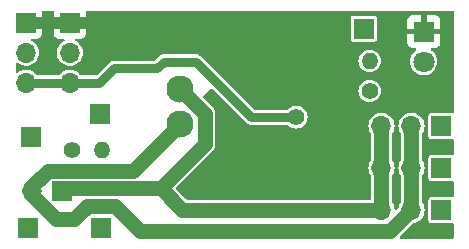
<source format=gbr>
%TF.GenerationSoftware,KiCad,Pcbnew,8.0.0*%
%TF.CreationDate,2024-03-06T11:50:55-05:00*%
%TF.ProjectId,sensobot,73656e73-6f62-46f7-942e-6b696361645f,rev?*%
%TF.SameCoordinates,Original*%
%TF.FileFunction,Copper,L2,Bot*%
%TF.FilePolarity,Positive*%
%FSLAX46Y46*%
G04 Gerber Fmt 4.6, Leading zero omitted, Abs format (unit mm)*
G04 Created by KiCad (PCBNEW 8.0.0) date 2024-03-06 11:50:55*
%MOMM*%
%LPD*%
G01*
G04 APERTURE LIST*
%TA.AperFunction,ComponentPad*%
%ADD10R,1.700000X1.700000*%
%TD*%
%TA.AperFunction,ComponentPad*%
%ADD11O,1.700000X1.700000*%
%TD*%
%TA.AperFunction,ComponentPad*%
%ADD12C,1.400000*%
%TD*%
%TA.AperFunction,ComponentPad*%
%ADD13O,1.400000X1.400000*%
%TD*%
%TA.AperFunction,ComponentPad*%
%ADD14R,1.800000X1.800000*%
%TD*%
%TA.AperFunction,ComponentPad*%
%ADD15C,1.800000*%
%TD*%
%TA.AperFunction,ComponentPad*%
%ADD16C,2.300000*%
%TD*%
%TA.AperFunction,ViaPad*%
%ADD17C,1.422400*%
%TD*%
%TA.AperFunction,Conductor*%
%ADD18C,1.016000*%
%TD*%
%TA.AperFunction,Conductor*%
%ADD19C,1.270000*%
%TD*%
%TA.AperFunction,Conductor*%
%ADD20C,0.762000*%
%TD*%
G04 APERTURE END LIST*
D10*
%TO.P,J1,1,Pin_1*%
%TO.N,/battery-*%
X124115000Y-85348000D03*
D11*
%TO.P,J1,2,Pin_2*%
%TO.N,+BATT*%
X121575000Y-85348000D03*
%TD*%
D10*
%TO.P,J10,1,Pin_1*%
%TO.N,/D6*%
X127412000Y-88523000D03*
%TD*%
%TO.P,J9,1,Pin_1*%
%TO.N,/D5*%
X121189000Y-88523000D03*
%TD*%
D12*
%TO.P,R2,1*%
%TO.N,/touch*%
X124922000Y-81919000D03*
D13*
%TO.P,R2,2*%
%TO.N,/touch_send*%
X127462000Y-81919000D03*
%TD*%
%TO.P,R1,2*%
%TO.N,Net-(D1-A)*%
X150145000Y-74376000D03*
D12*
%TO.P,R1,1*%
%TO.N,/led*%
X150145000Y-76916000D03*
%TD*%
D10*
%TO.P,J11,1,Pin_1*%
%TO.N,/5V*%
X149637000Y-71632000D03*
%TD*%
%TO.P,J8,1,Pin_1*%
%TO.N,/A2*%
X127285000Y-78871000D03*
%TD*%
%TO.P,J7,1,Pin_1*%
%TO.N,/servo0*%
X156226000Y-86999000D03*
D11*
%TO.P,J7,2,Pin_2*%
%TO.N,+BATT*%
X153686000Y-86999000D03*
%TO.P,J7,3,Pin_3*%
%TO.N,/battery-*%
X151146000Y-86999000D03*
%TD*%
%TO.P,J6,3,Pin_3*%
%TO.N,/battery-*%
X151146000Y-83443000D03*
%TO.P,J6,2,Pin_2*%
%TO.N,+BATT*%
X153686000Y-83443000D03*
D10*
%TO.P,J6,1,Pin_1*%
%TO.N,/servo1*%
X156226000Y-83443000D03*
%TD*%
%TO.P,J5,1,Pin_1*%
%TO.N,GND*%
X121062000Y-71139000D03*
D11*
%TO.P,J5,2,Pin_2*%
%TO.N,/sensor1*%
X121062000Y-73679000D03*
%TO.P,J5,3,Pin_3*%
%TO.N,+3.3V*%
X121062000Y-76219000D03*
%TD*%
D10*
%TO.P,J4,1,Pin_1*%
%TO.N,/touch*%
X121443000Y-80776000D03*
%TD*%
%TO.P,J3,1,Pin_1*%
%TO.N,GND*%
X124745000Y-71139000D03*
D11*
%TO.P,J3,2,Pin_2*%
%TO.N,/sensor0*%
X124745000Y-73679000D03*
%TO.P,J3,3,Pin_3*%
%TO.N,+3.3V*%
X124745000Y-76219000D03*
%TD*%
%TO.P,J2,3,Pin_3*%
%TO.N,/battery-*%
X151146000Y-79887000D03*
%TO.P,J2,2,Pin_2*%
%TO.N,+BATT*%
X153686000Y-79887000D03*
D10*
%TO.P,J2,1,Pin_1*%
%TO.N,/servo2*%
X156226000Y-79887000D03*
%TD*%
D14*
%TO.P,D1,1,K*%
%TO.N,GND*%
X154717000Y-71881000D03*
D15*
%TO.P,D1,2,A*%
%TO.N,Net-(D1-A)*%
X154717000Y-74421000D03*
%TD*%
D16*
%TO.P,U1,15,battery-*%
%TO.N,/battery-*%
X134043500Y-76739250D03*
%TO.P,U1,16,battery+*%
%TO.N,+BATT*%
X134043500Y-79739250D03*
%TD*%
D17*
%TO.N,GND*%
X148494000Y-75696000D03*
%TO.N,+3.3V*%
X143922000Y-79125000D03*
%TD*%
D18*
%TO.N,GND*%
X126914400Y-71139000D02*
X126929400Y-71124000D01*
X124745000Y-71139000D02*
X126914400Y-71139000D01*
X121062000Y-71139000D02*
X124745000Y-71139000D01*
D19*
%TO.N,+BATT*%
X151908000Y-88777000D02*
X130714000Y-88777000D01*
X126211800Y-86621200D02*
X125072000Y-87761000D01*
X130714000Y-88777000D02*
X128558200Y-86621200D01*
X128558200Y-86621200D02*
X126211800Y-86621200D01*
X153686000Y-86999000D02*
X151908000Y-88777000D01*
X125072000Y-87761000D02*
X123602000Y-87761000D01*
X123602000Y-87761000D02*
X121575000Y-85734000D01*
X121575000Y-85734000D02*
X121575000Y-85348000D01*
X126015000Y-86872000D02*
X126265800Y-86621200D01*
%TO.N,/battery-*%
X132434800Y-85144800D02*
X132438000Y-85148000D01*
X124115000Y-85348000D02*
X124318200Y-85144800D01*
X124318200Y-85144800D02*
X132434800Y-85144800D01*
D20*
%TO.N,+3.3V*%
X135413000Y-74426000D02*
X132746000Y-74426000D01*
D19*
%TO.N,/battery-*%
X151146000Y-86999000D02*
X151146000Y-83443000D01*
X151146000Y-86999000D02*
X134289000Y-86999000D01*
X134289000Y-86999000D02*
X132438000Y-85148000D01*
%TO.N,+BATT*%
X153686000Y-86999000D02*
X153686000Y-83443000D01*
%TO.N,/battery-*%
X136175000Y-81411000D02*
X136175000Y-78870750D01*
X132438000Y-85148000D02*
X136175000Y-81411000D01*
X136175000Y-78870750D02*
X134043500Y-76739250D01*
%TO.N,+BATT*%
X134043500Y-79739250D02*
X130119750Y-83663000D01*
X122874000Y-83663000D02*
X121575000Y-84962000D01*
X130119750Y-83663000D02*
X122874000Y-83663000D01*
X121575000Y-84962000D02*
X121575000Y-85348000D01*
D20*
%TO.N,+3.3V*%
X128480750Y-75008250D02*
X132163750Y-75008250D01*
X127270000Y-76219000D02*
X128480750Y-75008250D01*
X132163750Y-75008250D02*
X132746000Y-74426000D01*
X124745000Y-76219000D02*
X127270000Y-76219000D01*
X135413000Y-74426000D02*
X140112000Y-79125000D01*
X140112000Y-79125000D02*
X143922000Y-79125000D01*
D19*
%TO.N,+BATT*%
X153686000Y-83443000D02*
X153686000Y-79887000D01*
%TO.N,/battery-*%
X151146000Y-79887000D02*
X151146000Y-83443000D01*
D20*
%TO.N,+3.3V*%
X121189000Y-76234000D02*
X124730000Y-76234000D01*
X124730000Y-76234000D02*
X124745000Y-76219000D01*
%TD*%
%TA.AperFunction,Conductor*%
%TO.N,GND*%
G36*
X123356399Y-70127713D02*
G01*
X123392944Y-70178013D01*
X123397292Y-70219854D01*
X123395000Y-70241172D01*
X123395000Y-70889000D01*
X124311988Y-70889000D01*
X124279075Y-70946007D01*
X124245000Y-71073174D01*
X124245000Y-71204826D01*
X124279075Y-71331993D01*
X124311988Y-71389000D01*
X123395000Y-71389000D01*
X123395000Y-72036827D01*
X123401402Y-72096375D01*
X123401403Y-72096380D01*
X123451644Y-72231085D01*
X123451645Y-72231087D01*
X123537811Y-72346188D01*
X123652912Y-72432354D01*
X123652914Y-72432355D01*
X123787619Y-72482596D01*
X123787624Y-72482597D01*
X123847172Y-72489000D01*
X124221069Y-72489000D01*
X124280200Y-72508213D01*
X124316745Y-72558513D01*
X124316745Y-72620687D01*
X124280200Y-72670987D01*
X124257411Y-72683406D01*
X124250582Y-72686051D01*
X124250572Y-72686056D01*
X124192951Y-72721734D01*
X124076538Y-72793814D01*
X124076537Y-72793815D01*
X124076528Y-72793821D01*
X123925268Y-72931714D01*
X123801910Y-73095068D01*
X123801909Y-73095069D01*
X123710673Y-73278295D01*
X123710672Y-73278296D01*
X123654654Y-73475182D01*
X123654654Y-73475183D01*
X123635768Y-73679000D01*
X123654654Y-73882816D01*
X123654654Y-73882817D01*
X123710672Y-74079703D01*
X123710673Y-74079704D01*
X123801909Y-74262930D01*
X123801910Y-74262931D01*
X123801912Y-74262935D01*
X123887295Y-74376000D01*
X123925268Y-74426285D01*
X124076528Y-74564178D01*
X124076532Y-74564181D01*
X124076538Y-74564186D01*
X124250573Y-74671944D01*
X124441444Y-74745888D01*
X124490824Y-74755118D01*
X124642651Y-74783500D01*
X124642653Y-74783500D01*
X124847348Y-74783500D01*
X124923261Y-74769309D01*
X125048556Y-74745888D01*
X125239427Y-74671944D01*
X125413462Y-74564186D01*
X125414632Y-74563120D01*
X125488526Y-74495756D01*
X125564732Y-74426285D01*
X125688088Y-74262935D01*
X125779328Y-74079701D01*
X125835345Y-73882821D01*
X125854232Y-73679000D01*
X125835345Y-73475179D01*
X125779328Y-73278299D01*
X125688088Y-73095065D01*
X125564732Y-72931715D01*
X125517196Y-72888380D01*
X125451870Y-72828827D01*
X153317000Y-72828827D01*
X153323402Y-72888375D01*
X153323403Y-72888380D01*
X153373644Y-73023085D01*
X153373645Y-73023087D01*
X153459811Y-73138188D01*
X153574912Y-73224354D01*
X153574914Y-73224355D01*
X153709619Y-73274596D01*
X153709624Y-73274597D01*
X153769172Y-73281000D01*
X154011527Y-73281000D01*
X154070658Y-73300213D01*
X154107203Y-73350513D01*
X154107203Y-73412687D01*
X154070658Y-73462987D01*
X154064500Y-73467122D01*
X154018278Y-73495742D01*
X154018277Y-73495743D01*
X154018268Y-73495749D01*
X153860159Y-73639885D01*
X153805326Y-73712495D01*
X153731219Y-73810630D01*
X153731217Y-73810633D01*
X153731217Y-73810634D01*
X153731214Y-73810638D01*
X153635852Y-74002151D01*
X153635849Y-74002157D01*
X153577295Y-74207955D01*
X153577295Y-74207956D01*
X153557554Y-74421000D01*
X153577295Y-74634043D01*
X153577295Y-74634044D01*
X153635849Y-74839842D01*
X153635852Y-74839848D01*
X153731214Y-75031361D01*
X153731215Y-75031363D01*
X153731219Y-75031370D01*
X153860159Y-75202114D01*
X154018268Y-75346250D01*
X154018272Y-75346253D01*
X154018278Y-75346258D01*
X154200190Y-75458893D01*
X154399703Y-75536185D01*
X154541963Y-75562778D01*
X154610018Y-75575500D01*
X154610020Y-75575500D01*
X154823981Y-75575500D01*
X154883964Y-75564287D01*
X155034297Y-75536185D01*
X155233810Y-75458893D01*
X155415722Y-75346258D01*
X155429373Y-75333814D01*
X155508029Y-75262109D01*
X155573841Y-75202114D01*
X155702781Y-75031370D01*
X155798151Y-74839840D01*
X155856704Y-74634048D01*
X155876446Y-74421000D01*
X155856704Y-74207952D01*
X155798151Y-74002160D01*
X155763402Y-73932375D01*
X155702785Y-73810638D01*
X155702784Y-73810637D01*
X155702781Y-73810630D01*
X155573841Y-73639886D01*
X155573840Y-73639885D01*
X155415731Y-73495749D01*
X155415726Y-73495745D01*
X155415722Y-73495742D01*
X155369512Y-73467130D01*
X155329354Y-73419668D01*
X155324762Y-73357664D01*
X155357493Y-73304802D01*
X155415043Y-73281275D01*
X155422473Y-73281000D01*
X155664828Y-73281000D01*
X155724375Y-73274597D01*
X155724380Y-73274596D01*
X155859085Y-73224355D01*
X155859087Y-73224354D01*
X155974188Y-73138188D01*
X156060354Y-73023087D01*
X156060355Y-73023085D01*
X156110596Y-72888380D01*
X156110597Y-72888375D01*
X156117000Y-72828827D01*
X156117000Y-72131000D01*
X155092278Y-72131000D01*
X155136333Y-72054694D01*
X155167000Y-71940244D01*
X155167000Y-71821756D01*
X155136333Y-71707306D01*
X155092278Y-71631000D01*
X156117000Y-71631000D01*
X156117000Y-70933172D01*
X156110597Y-70873624D01*
X156110596Y-70873619D01*
X156060355Y-70738914D01*
X156060354Y-70738912D01*
X155974188Y-70623811D01*
X155859087Y-70537645D01*
X155859085Y-70537644D01*
X155724380Y-70487403D01*
X155724375Y-70487402D01*
X155664828Y-70481000D01*
X154967000Y-70481000D01*
X154967000Y-71505722D01*
X154890694Y-71461667D01*
X154776244Y-71431000D01*
X154657756Y-71431000D01*
X154543306Y-71461667D01*
X154467000Y-71505722D01*
X154467000Y-70481000D01*
X153769172Y-70481000D01*
X153709624Y-70487402D01*
X153709619Y-70487403D01*
X153574914Y-70537644D01*
X153574912Y-70537645D01*
X153459811Y-70623811D01*
X153373645Y-70738912D01*
X153373644Y-70738914D01*
X153323403Y-70873619D01*
X153323402Y-70873624D01*
X153317000Y-70933172D01*
X153317000Y-71631000D01*
X154341722Y-71631000D01*
X154297667Y-71707306D01*
X154267000Y-71821756D01*
X154267000Y-71940244D01*
X154297667Y-72054694D01*
X154341722Y-72131000D01*
X153317000Y-72131000D01*
X153317000Y-72828827D01*
X125451870Y-72828827D01*
X125413471Y-72793821D01*
X125413466Y-72793817D01*
X125413462Y-72793814D01*
X125239427Y-72686056D01*
X125239417Y-72686051D01*
X125232589Y-72683406D01*
X125184392Y-72644129D01*
X125168486Y-72584024D01*
X125190946Y-72526049D01*
X125220378Y-72507065D01*
X148532500Y-72507065D01*
X148547266Y-72581301D01*
X148547267Y-72581304D01*
X148603514Y-72665482D01*
X148603515Y-72665483D01*
X148603516Y-72665484D01*
X148687699Y-72721734D01*
X148761933Y-72736500D01*
X150512066Y-72736499D01*
X150586301Y-72721734D01*
X150670484Y-72665484D01*
X150726734Y-72581301D01*
X150741500Y-72507067D01*
X150741499Y-70756934D01*
X150726734Y-70682699D01*
X150726732Y-70682697D01*
X150726732Y-70682695D01*
X150670485Y-70598517D01*
X150670483Y-70598515D01*
X150586302Y-70542267D01*
X150586301Y-70542266D01*
X150586300Y-70542265D01*
X150586299Y-70542265D01*
X150530498Y-70531166D01*
X150512067Y-70527500D01*
X150512066Y-70527500D01*
X148761934Y-70527500D01*
X148687698Y-70542266D01*
X148687695Y-70542267D01*
X148603517Y-70598514D01*
X148603515Y-70598516D01*
X148547265Y-70682700D01*
X148532500Y-70756933D01*
X148532500Y-72507065D01*
X125220378Y-72507065D01*
X125243194Y-72492348D01*
X125268931Y-72489000D01*
X125642828Y-72489000D01*
X125702375Y-72482597D01*
X125702380Y-72482596D01*
X125837085Y-72432355D01*
X125837087Y-72432354D01*
X125952188Y-72346188D01*
X126038354Y-72231087D01*
X126038355Y-72231085D01*
X126088596Y-72096380D01*
X126088597Y-72096375D01*
X126095000Y-72036827D01*
X126095000Y-71389000D01*
X125178012Y-71389000D01*
X125210925Y-71331993D01*
X125245000Y-71204826D01*
X125245000Y-71073174D01*
X125210925Y-70946007D01*
X125178012Y-70889000D01*
X126095000Y-70889000D01*
X126095000Y-70241172D01*
X126092708Y-70219854D01*
X126105490Y-70159008D01*
X126151595Y-70117295D01*
X126192732Y-70108500D01*
X157155900Y-70108500D01*
X157215031Y-70127713D01*
X157251576Y-70178013D01*
X157256500Y-70209100D01*
X157256500Y-78690836D01*
X157237287Y-78749967D01*
X157186987Y-78786512D01*
X157136274Y-78789503D01*
X157101067Y-78782500D01*
X157101066Y-78782500D01*
X155350934Y-78782500D01*
X155276698Y-78797266D01*
X155276695Y-78797267D01*
X155192517Y-78853514D01*
X155192515Y-78853516D01*
X155136265Y-78937700D01*
X155121500Y-79011933D01*
X155121500Y-80762065D01*
X155136266Y-80836301D01*
X155136267Y-80836304D01*
X155192514Y-80920482D01*
X155192516Y-80920484D01*
X155276699Y-80976734D01*
X155350933Y-80991500D01*
X157101066Y-80991499D01*
X157136275Y-80984496D01*
X157198019Y-80991804D01*
X157243674Y-81034009D01*
X157256500Y-81083163D01*
X157256500Y-82246836D01*
X157237287Y-82305967D01*
X157186987Y-82342512D01*
X157136274Y-82345503D01*
X157101067Y-82338500D01*
X157101066Y-82338500D01*
X155350934Y-82338500D01*
X155276698Y-82353266D01*
X155276695Y-82353267D01*
X155192517Y-82409514D01*
X155192515Y-82409516D01*
X155136265Y-82493700D01*
X155121500Y-82567933D01*
X155121500Y-84318065D01*
X155136266Y-84392301D01*
X155136267Y-84392304D01*
X155192514Y-84476482D01*
X155192516Y-84476484D01*
X155276699Y-84532734D01*
X155350933Y-84547500D01*
X157101066Y-84547499D01*
X157136275Y-84540496D01*
X157198019Y-84547804D01*
X157243674Y-84590009D01*
X157256500Y-84639163D01*
X157256500Y-85802836D01*
X157237287Y-85861967D01*
X157186987Y-85898512D01*
X157136274Y-85901503D01*
X157101067Y-85894500D01*
X157101066Y-85894500D01*
X155350934Y-85894500D01*
X155276698Y-85909266D01*
X155276695Y-85909267D01*
X155192517Y-85965514D01*
X155192515Y-85965516D01*
X155136265Y-86049700D01*
X155121500Y-86123933D01*
X155121500Y-87874065D01*
X155136266Y-87948301D01*
X155136267Y-87948304D01*
X155192514Y-88032482D01*
X155192516Y-88032484D01*
X155276699Y-88088734D01*
X155350933Y-88103500D01*
X157101066Y-88103499D01*
X157136275Y-88096496D01*
X157198019Y-88103804D01*
X157243674Y-88146009D01*
X157256500Y-88195163D01*
X157256500Y-89310900D01*
X157237287Y-89370031D01*
X157186987Y-89406576D01*
X157155900Y-89411500D01*
X152774313Y-89411500D01*
X152715182Y-89392287D01*
X152678637Y-89341987D01*
X152678637Y-89279813D01*
X152703178Y-89239765D01*
X153491022Y-88451920D01*
X153829164Y-88113777D01*
X153881812Y-88086027D01*
X153989556Y-88065888D01*
X154180427Y-87991944D01*
X154354462Y-87884186D01*
X154374518Y-87865903D01*
X154387227Y-87854317D01*
X154505732Y-87746285D01*
X154629088Y-87582935D01*
X154720328Y-87399701D01*
X154776345Y-87202821D01*
X154795232Y-86999000D01*
X154776345Y-86795179D01*
X154720328Y-86598299D01*
X154629088Y-86415065D01*
X154629084Y-86415059D01*
X154595819Y-86371008D01*
X154575517Y-86312242D01*
X154575500Y-86310384D01*
X154575500Y-84131614D01*
X154594713Y-84072483D01*
X154595770Y-84071054D01*
X154629088Y-84026935D01*
X154720328Y-83843701D01*
X154776345Y-83646821D01*
X154795232Y-83443000D01*
X154776345Y-83239179D01*
X154720328Y-83042299D01*
X154629088Y-82859065D01*
X154629084Y-82859059D01*
X154595819Y-82815008D01*
X154575517Y-82756242D01*
X154575500Y-82754384D01*
X154575500Y-80575614D01*
X154594713Y-80516483D01*
X154595770Y-80515054D01*
X154629088Y-80470935D01*
X154720328Y-80287701D01*
X154776345Y-80090821D01*
X154795232Y-79887000D01*
X154776345Y-79683179D01*
X154720328Y-79486299D01*
X154629088Y-79303065D01*
X154505732Y-79139715D01*
X154505731Y-79139714D01*
X154354471Y-79001821D01*
X154354466Y-79001817D01*
X154354462Y-79001814D01*
X154180427Y-78894056D01*
X154180423Y-78894054D01*
X153989554Y-78820111D01*
X153989549Y-78820110D01*
X153788349Y-78782500D01*
X153788347Y-78782500D01*
X153583653Y-78782500D01*
X153583651Y-78782500D01*
X153382450Y-78820110D01*
X153382445Y-78820111D01*
X153191576Y-78894054D01*
X153191572Y-78894056D01*
X153083814Y-78960777D01*
X153017538Y-79001814D01*
X153017537Y-79001815D01*
X153017528Y-79001821D01*
X152866268Y-79139714D01*
X152742910Y-79303068D01*
X152742909Y-79303069D01*
X152651673Y-79486295D01*
X152651672Y-79486296D01*
X152595654Y-79683182D01*
X152595654Y-79683183D01*
X152576768Y-79887000D01*
X152595654Y-80090816D01*
X152595654Y-80090817D01*
X152651672Y-80287703D01*
X152651673Y-80287704D01*
X152742909Y-80470930D01*
X152742910Y-80470931D01*
X152742912Y-80470935D01*
X152776181Y-80514991D01*
X152796483Y-80573755D01*
X152796500Y-80575614D01*
X152796500Y-82754384D01*
X152777287Y-82813515D01*
X152776181Y-82815008D01*
X152742915Y-82859059D01*
X152742911Y-82859065D01*
X152651673Y-83042295D01*
X152651672Y-83042296D01*
X152595654Y-83239182D01*
X152595654Y-83239183D01*
X152576768Y-83443000D01*
X152595654Y-83646816D01*
X152595654Y-83646817D01*
X152651672Y-83843703D01*
X152651673Y-83843704D01*
X152742909Y-84026930D01*
X152742910Y-84026931D01*
X152742912Y-84026935D01*
X152776181Y-84070991D01*
X152796483Y-84129755D01*
X152796500Y-84131614D01*
X152796500Y-86310384D01*
X152777287Y-86369515D01*
X152776181Y-86371008D01*
X152742915Y-86415059D01*
X152742911Y-86415065D01*
X152651673Y-86598295D01*
X152651672Y-86598296D01*
X152595653Y-86795186D01*
X152595305Y-86798943D01*
X152570712Y-86856047D01*
X152566270Y-86860785D01*
X152421421Y-87005634D01*
X152366023Y-87033860D01*
X152304615Y-87024134D01*
X152260651Y-86980170D01*
X152250115Y-86943781D01*
X152240044Y-86835101D01*
X152236345Y-86795179D01*
X152180328Y-86598299D01*
X152089088Y-86415065D01*
X152089084Y-86415059D01*
X152055819Y-86371008D01*
X152035517Y-86312242D01*
X152035500Y-86310384D01*
X152035500Y-84131614D01*
X152054713Y-84072483D01*
X152055770Y-84071054D01*
X152089088Y-84026935D01*
X152180328Y-83843701D01*
X152236345Y-83646821D01*
X152255232Y-83443000D01*
X152236345Y-83239179D01*
X152180328Y-83042299D01*
X152089088Y-82859065D01*
X152089084Y-82859059D01*
X152055819Y-82815008D01*
X152035517Y-82756242D01*
X152035500Y-82754384D01*
X152035500Y-80575614D01*
X152054713Y-80516483D01*
X152055770Y-80515054D01*
X152089088Y-80470935D01*
X152180328Y-80287701D01*
X152236345Y-80090821D01*
X152255232Y-79887000D01*
X152236345Y-79683179D01*
X152180328Y-79486299D01*
X152089088Y-79303065D01*
X151965732Y-79139715D01*
X151965731Y-79139714D01*
X151814471Y-79001821D01*
X151814466Y-79001817D01*
X151814462Y-79001814D01*
X151640427Y-78894056D01*
X151640423Y-78894054D01*
X151449554Y-78820111D01*
X151449549Y-78820110D01*
X151248349Y-78782500D01*
X151248347Y-78782500D01*
X151043653Y-78782500D01*
X151043651Y-78782500D01*
X150842450Y-78820110D01*
X150842445Y-78820111D01*
X150651576Y-78894054D01*
X150651572Y-78894056D01*
X150543814Y-78960777D01*
X150477538Y-79001814D01*
X150477537Y-79001815D01*
X150477528Y-79001821D01*
X150326268Y-79139714D01*
X150202910Y-79303068D01*
X150202909Y-79303069D01*
X150111673Y-79486295D01*
X150111672Y-79486296D01*
X150055654Y-79683182D01*
X150055654Y-79683183D01*
X150036768Y-79887000D01*
X150055654Y-80090816D01*
X150055654Y-80090817D01*
X150111672Y-80287703D01*
X150111673Y-80287704D01*
X150202909Y-80470930D01*
X150202910Y-80470931D01*
X150202912Y-80470935D01*
X150236181Y-80514991D01*
X150256483Y-80573755D01*
X150256500Y-80575614D01*
X150256500Y-82754384D01*
X150237287Y-82813515D01*
X150236181Y-82815008D01*
X150202915Y-82859059D01*
X150202911Y-82859065D01*
X150111673Y-83042295D01*
X150111672Y-83042296D01*
X150055654Y-83239182D01*
X150055654Y-83239183D01*
X150036768Y-83443000D01*
X150055654Y-83646816D01*
X150055654Y-83646817D01*
X150111672Y-83843703D01*
X150111673Y-83843704D01*
X150202909Y-84026930D01*
X150202910Y-84026931D01*
X150202912Y-84026935D01*
X150236181Y-84070991D01*
X150256483Y-84129755D01*
X150256500Y-84131614D01*
X150256500Y-86008900D01*
X150237287Y-86068031D01*
X150186987Y-86104576D01*
X150155900Y-86109500D01*
X134699112Y-86109500D01*
X134639981Y-86090287D01*
X134627977Y-86080035D01*
X133767077Y-85219135D01*
X133738851Y-85163737D01*
X133748577Y-85102329D01*
X133767077Y-85076865D01*
X135197126Y-83646816D01*
X136865920Y-81978023D01*
X136963265Y-81832336D01*
X137030317Y-81670458D01*
X137064500Y-81498608D01*
X137064500Y-81323392D01*
X137064500Y-78783142D01*
X137064372Y-78782501D01*
X137030317Y-78611292D01*
X136963265Y-78449414D01*
X136962746Y-78448638D01*
X136865921Y-78303728D01*
X136030957Y-77468764D01*
X136002731Y-77413366D01*
X136012457Y-77351958D01*
X136037006Y-77320921D01*
X136165444Y-77211943D01*
X136708657Y-76751035D01*
X136766173Y-76727429D01*
X136826582Y-76742139D01*
X136844876Y-76756609D01*
X139706893Y-79618626D01*
X139810973Y-79688170D01*
X139810975Y-79688171D01*
X139810978Y-79688173D01*
X139926631Y-79736078D01*
X139942576Y-79739249D01*
X139942577Y-79739250D01*
X139942578Y-79739250D01*
X140049409Y-79760501D01*
X140049414Y-79760501D01*
X140179550Y-79760501D01*
X140179570Y-79760500D01*
X143146689Y-79760500D01*
X143205820Y-79779713D01*
X143224453Y-79797279D01*
X143235839Y-79811152D01*
X143235845Y-79811159D01*
X143382884Y-79931832D01*
X143382887Y-79931833D01*
X143382890Y-79931836D01*
X143550654Y-80021508D01*
X143550656Y-80021508D01*
X143550659Y-80021510D01*
X143641672Y-80049118D01*
X143732690Y-80076728D01*
X143922000Y-80095373D01*
X144111310Y-80076728D01*
X144259455Y-80031788D01*
X144293340Y-80021510D01*
X144293340Y-80021509D01*
X144293346Y-80021508D01*
X144461110Y-79931836D01*
X144608157Y-79811157D01*
X144619547Y-79797279D01*
X144728832Y-79664115D01*
X144728832Y-79664114D01*
X144728836Y-79664110D01*
X144818508Y-79496346D01*
X144873728Y-79314310D01*
X144892373Y-79125000D01*
X144873728Y-78935690D01*
X144829383Y-78789503D01*
X144818510Y-78753659D01*
X144818508Y-78753655D01*
X144818508Y-78753654D01*
X144728836Y-78585890D01*
X144728833Y-78585887D01*
X144728832Y-78585884D01*
X144608161Y-78438848D01*
X144608160Y-78438847D01*
X144608157Y-78438843D01*
X144608151Y-78438838D01*
X144461115Y-78318167D01*
X144461111Y-78318164D01*
X144461110Y-78318164D01*
X144293346Y-78228492D01*
X144293345Y-78228491D01*
X144293344Y-78228491D01*
X144293340Y-78228489D01*
X144111314Y-78173273D01*
X144111312Y-78173272D01*
X144111310Y-78173272D01*
X143922000Y-78154627D01*
X143732690Y-78173272D01*
X143732687Y-78173272D01*
X143732685Y-78173273D01*
X143550659Y-78228489D01*
X143550655Y-78228491D01*
X143382884Y-78318167D01*
X143235845Y-78438840D01*
X143235839Y-78438847D01*
X143224453Y-78452721D01*
X143172088Y-78486241D01*
X143146689Y-78489500D01*
X140416903Y-78489500D01*
X140357772Y-78470287D01*
X140345768Y-78460035D01*
X138801733Y-76916000D01*
X149185882Y-76916000D01*
X149204311Y-77103119D01*
X149204312Y-77103120D01*
X149258892Y-77283041D01*
X149328552Y-77413366D01*
X149347523Y-77448857D01*
X149347525Y-77448859D01*
X149347526Y-77448861D01*
X149466796Y-77594194D01*
X149466805Y-77594203D01*
X149612138Y-77713473D01*
X149612143Y-77713477D01*
X149777961Y-77802109D01*
X149957879Y-77856687D01*
X149957880Y-77856688D01*
X149957882Y-77856688D01*
X149957885Y-77856689D01*
X150145000Y-77875118D01*
X150332115Y-77856689D01*
X150332117Y-77856688D01*
X150332119Y-77856688D01*
X150332119Y-77856687D01*
X150512039Y-77802109D01*
X150677857Y-77713477D01*
X150823199Y-77594199D01*
X150942477Y-77448857D01*
X151031109Y-77283039D01*
X151085689Y-77103115D01*
X151104118Y-76916000D01*
X151085689Y-76728885D01*
X151085688Y-76728882D01*
X151085688Y-76728880D01*
X151085687Y-76728879D01*
X151080757Y-76712626D01*
X151031109Y-76548961D01*
X150942477Y-76383143D01*
X150942473Y-76383138D01*
X150823203Y-76237805D01*
X150823194Y-76237796D01*
X150677861Y-76118526D01*
X150677859Y-76118525D01*
X150677857Y-76118523D01*
X150512039Y-76029891D01*
X150434284Y-76006304D01*
X150332120Y-75975312D01*
X150332119Y-75975311D01*
X150145000Y-75956882D01*
X149957880Y-75975311D01*
X149957879Y-75975312D01*
X149777958Y-76029892D01*
X149612151Y-76118518D01*
X149612138Y-76118526D01*
X149466805Y-76237796D01*
X149466796Y-76237805D01*
X149347526Y-76383138D01*
X149347518Y-76383151D01*
X149258892Y-76548958D01*
X149204312Y-76728879D01*
X149204311Y-76728880D01*
X149185882Y-76916000D01*
X138801733Y-76916000D01*
X136261733Y-74376000D01*
X149185882Y-74376000D01*
X149204311Y-74563119D01*
X149204312Y-74563120D01*
X149258892Y-74743041D01*
X149310633Y-74839842D01*
X149347523Y-74908857D01*
X149347525Y-74908859D01*
X149347526Y-74908861D01*
X149466796Y-75054194D01*
X149466805Y-75054203D01*
X149586107Y-75152110D01*
X149612143Y-75173477D01*
X149777961Y-75262109D01*
X149957879Y-75316687D01*
X149957880Y-75316688D01*
X149957882Y-75316688D01*
X149957885Y-75316689D01*
X150145000Y-75335118D01*
X150332115Y-75316689D01*
X150332117Y-75316688D01*
X150332119Y-75316688D01*
X150332119Y-75316687D01*
X150512039Y-75262109D01*
X150677857Y-75173477D01*
X150823199Y-75054199D01*
X150942477Y-74908857D01*
X151031109Y-74743039D01*
X151085689Y-74563115D01*
X151104118Y-74376000D01*
X151085689Y-74188885D01*
X151085688Y-74188882D01*
X151085688Y-74188880D01*
X151085687Y-74188879D01*
X151031109Y-74008961D01*
X150942477Y-73843143D01*
X150915795Y-73810630D01*
X150823203Y-73697805D01*
X150823194Y-73697796D01*
X150677861Y-73578526D01*
X150677859Y-73578525D01*
X150677857Y-73578523D01*
X150522998Y-73495749D01*
X150512041Y-73489892D01*
X150512040Y-73489891D01*
X150512039Y-73489891D01*
X150434284Y-73466304D01*
X150332120Y-73435312D01*
X150332119Y-73435311D01*
X150145000Y-73416882D01*
X149957880Y-73435311D01*
X149957879Y-73435312D01*
X149777958Y-73489892D01*
X149612151Y-73578518D01*
X149612138Y-73578526D01*
X149466805Y-73697796D01*
X149466796Y-73697805D01*
X149347526Y-73843138D01*
X149347518Y-73843151D01*
X149258892Y-74008958D01*
X149204312Y-74188879D01*
X149204311Y-74188880D01*
X149185882Y-74376000D01*
X136261733Y-74376000D01*
X135818106Y-73932373D01*
X135714026Y-73862829D01*
X135714018Y-73862825D01*
X135598371Y-73814922D01*
X135516517Y-73798640D01*
X135475591Y-73790500D01*
X132808591Y-73790500D01*
X132683409Y-73790500D01*
X132652714Y-73796605D01*
X132560628Y-73814922D01*
X132444981Y-73862825D01*
X132444973Y-73862829D01*
X132340893Y-73932373D01*
X132340892Y-73932375D01*
X131929982Y-74343285D01*
X131874584Y-74371511D01*
X131858847Y-74372750D01*
X128543341Y-74372750D01*
X128418159Y-74372750D01*
X128387464Y-74378855D01*
X128295378Y-74397172D01*
X128179731Y-74445075D01*
X128179723Y-74445079D01*
X128075643Y-74514623D01*
X128075642Y-74514625D01*
X127036232Y-75554035D01*
X126980834Y-75582261D01*
X126965097Y-75583500D01*
X125699241Y-75583500D01*
X125640110Y-75564287D01*
X125618960Y-75543525D01*
X125613416Y-75536184D01*
X125564732Y-75471715D01*
X125539417Y-75448637D01*
X125413471Y-75333821D01*
X125413466Y-75333817D01*
X125413462Y-75333814D01*
X125239427Y-75226056D01*
X125239423Y-75226054D01*
X125048554Y-75152111D01*
X125048549Y-75152110D01*
X124847349Y-75114500D01*
X124847347Y-75114500D01*
X124642653Y-75114500D01*
X124642651Y-75114500D01*
X124441450Y-75152110D01*
X124441445Y-75152111D01*
X124250576Y-75226054D01*
X124250572Y-75226056D01*
X124192345Y-75262109D01*
X124076538Y-75333814D01*
X124076537Y-75333815D01*
X124076528Y-75333821D01*
X123925270Y-75471712D01*
X123925268Y-75471715D01*
X123863104Y-75554035D01*
X123859713Y-75558525D01*
X123808746Y-75594134D01*
X123779432Y-75598500D01*
X122027568Y-75598500D01*
X121968437Y-75579287D01*
X121947287Y-75558525D01*
X121881732Y-75471715D01*
X121856417Y-75448637D01*
X121730471Y-75333821D01*
X121730466Y-75333817D01*
X121730462Y-75333814D01*
X121556427Y-75226056D01*
X121556423Y-75226054D01*
X121365554Y-75152111D01*
X121365549Y-75152110D01*
X121164349Y-75114500D01*
X121164347Y-75114500D01*
X120959653Y-75114500D01*
X120959651Y-75114500D01*
X120758450Y-75152110D01*
X120758445Y-75152111D01*
X120567576Y-75226054D01*
X120567572Y-75226056D01*
X120509345Y-75262109D01*
X120393538Y-75333814D01*
X120393537Y-75333815D01*
X120393528Y-75333821D01*
X120341874Y-75380911D01*
X120285231Y-75406549D01*
X120224337Y-75393997D01*
X120182451Y-75348050D01*
X120173500Y-75306567D01*
X120173500Y-74591432D01*
X120192713Y-74532301D01*
X120243013Y-74495756D01*
X120305187Y-74495756D01*
X120341874Y-74517088D01*
X120393528Y-74564178D01*
X120393532Y-74564181D01*
X120393538Y-74564186D01*
X120567573Y-74671944D01*
X120758444Y-74745888D01*
X120807824Y-74755118D01*
X120959651Y-74783500D01*
X120959653Y-74783500D01*
X121164348Y-74783500D01*
X121240261Y-74769309D01*
X121365556Y-74745888D01*
X121556427Y-74671944D01*
X121730462Y-74564186D01*
X121731632Y-74563120D01*
X121805526Y-74495756D01*
X121881732Y-74426285D01*
X122005088Y-74262935D01*
X122096328Y-74079701D01*
X122152345Y-73882821D01*
X122171232Y-73679000D01*
X122152345Y-73475179D01*
X122096328Y-73278299D01*
X122005088Y-73095065D01*
X121881732Y-72931715D01*
X121834196Y-72888380D01*
X121730471Y-72793821D01*
X121730466Y-72793817D01*
X121730462Y-72793814D01*
X121556427Y-72686056D01*
X121556417Y-72686051D01*
X121549589Y-72683406D01*
X121501392Y-72644129D01*
X121485486Y-72584024D01*
X121507946Y-72526049D01*
X121560194Y-72492348D01*
X121585931Y-72489000D01*
X121959828Y-72489000D01*
X122019375Y-72482597D01*
X122019380Y-72482596D01*
X122154085Y-72432355D01*
X122154087Y-72432354D01*
X122269188Y-72346188D01*
X122355354Y-72231087D01*
X122355355Y-72231085D01*
X122405596Y-72096380D01*
X122405597Y-72096375D01*
X122412000Y-72036827D01*
X122412000Y-71389000D01*
X121495012Y-71389000D01*
X121527925Y-71331993D01*
X121562000Y-71204826D01*
X121562000Y-71073174D01*
X121527925Y-70946007D01*
X121495012Y-70889000D01*
X122412000Y-70889000D01*
X122412000Y-70241172D01*
X122409708Y-70219854D01*
X122422490Y-70159008D01*
X122468595Y-70117295D01*
X122509732Y-70108500D01*
X123297268Y-70108500D01*
X123356399Y-70127713D01*
G37*
%TD.AperFunction*%
%TD*%
M02*

</source>
